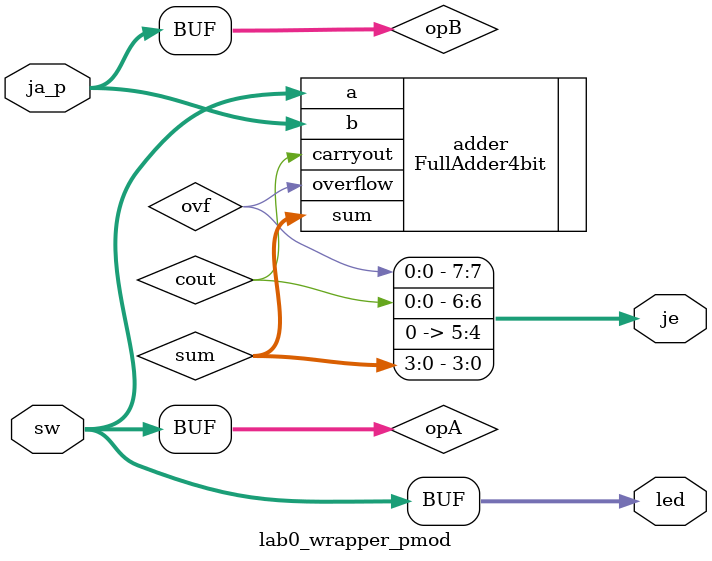
<source format=v>

`timescale 1ns / 1ps

`include "adder.v"


module lab0_wrapper_pmod
(
    input  [3:0] sw,        // Built-in switches, used for input opA
    input  [3:0] ja_p,      // Plug SWT into top half of JA, used for input opB
    output [3:0] led,       // Built-in LED, used to display opA for sanity checking
    output [7:0] je         // Plug LD8 into JE, used to display sum, cout, overflow
);

    wire[3:0] opA, opB;       // Inputs to adder
    wire[3:0] sum;            // Output from adder
    wire cout;                // Carry out from adder
    wire ovf;                 // Overflow from adder
    
    // Assign logical signals to physical ports (change these if you move the Pmods)
    assign opA = sw;
    assign opB = ja_p;

    assign je[3:0] = sum;
    assign je[5:4] = 2'b0;    // Unused 
    assign je[6] = cout;
    assign je[7] = ovf;
    
    assign led = opA;   // Echo opA to built-in LEDs for debugging
       
    // TODO: You write the body of your FullAdder4bit module in adder.v
    FullAdder4bit adder(.sum(sum), .carryout(cout), .overflow(ovf), .a(opA), .b(opB));
        
endmodule

</source>
